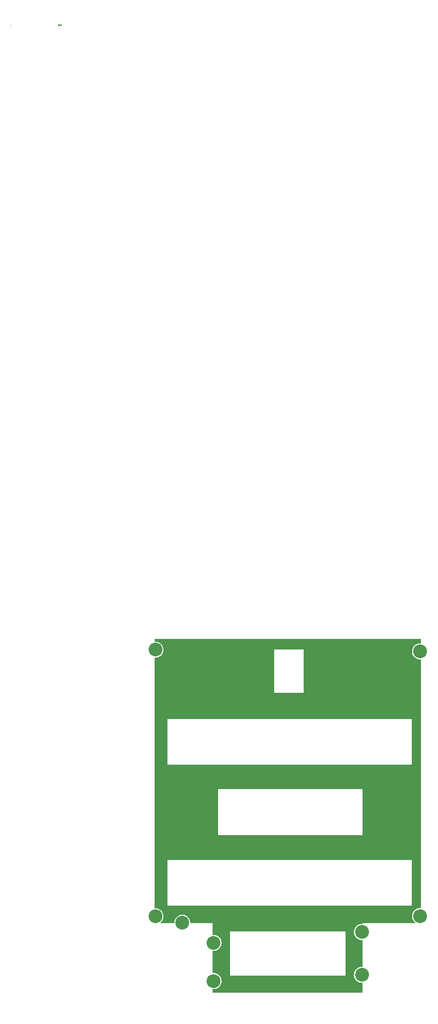
<source format=gbr>
G04 #@! TF.GenerationSoftware,KiCad,Pcbnew,(6.0.2)*
G04 #@! TF.CreationDate,2022-05-10T20:27:20-07:00*
G04 #@! TF.ProjectId,iflfu-middle,69666c66-752d-46d6-9964-646c652e6b69,rev?*
G04 #@! TF.SameCoordinates,Original*
G04 #@! TF.FileFunction,Copper,L1,Top*
G04 #@! TF.FilePolarity,Positive*
%FSLAX46Y46*%
G04 Gerber Fmt 4.6, Leading zero omitted, Abs format (unit mm)*
G04 Created by KiCad (PCBNEW (6.0.2)) date 2022-05-10 20:27:20*
%MOMM*%
%LPD*%
G01*
G04 APERTURE LIST*
%ADD10C,0.015000*%
G04 #@! TA.AperFunction,NonConductor*
%ADD11C,0.015000*%
G04 #@! TD*
G04 #@! TA.AperFunction,CastellatedPad*
%ADD12C,2.540000*%
G04 #@! TD*
G04 APERTURE END LIST*
D10*
D11*
X127819248Y31958638D02*
X127783248Y31958638D01*
X127783248Y31895781D02*
X127783248Y32015781D01*
X127834676Y32015781D01*
X127875819Y32015781D02*
X127875819Y31918638D01*
X127880962Y31907209D01*
X127886105Y31901495D01*
X127896391Y31895781D01*
X127916962Y31895781D01*
X127927248Y31901495D01*
X127932391Y31907209D01*
X127937534Y31918638D01*
X127937534Y32015781D01*
X128050676Y31907209D02*
X128045534Y31901495D01*
X128030105Y31895781D01*
X128019819Y31895781D01*
X128004391Y31901495D01*
X127994105Y31912924D01*
X127988962Y31924352D01*
X127983819Y31947209D01*
X127983819Y31964352D01*
X127988962Y31987209D01*
X127994105Y31998638D01*
X128004391Y32010067D01*
X128019819Y32015781D01*
X128030105Y32015781D01*
X128045534Y32010067D01*
X128050676Y32004352D01*
X128096962Y31895781D02*
X128096962Y32015781D01*
X128158676Y31895781D02*
X128112391Y31964352D01*
X128158676Y32015781D02*
X128096962Y31947209D01*
X128204962Y31895781D02*
X128204962Y32015781D01*
X128256391Y31895781D02*
X128256391Y32015781D01*
X128318105Y31895781D01*
X128318105Y32015781D01*
X128426105Y32010067D02*
X128415819Y32015781D01*
X128400391Y32015781D01*
X128384962Y32010067D01*
X128374676Y31998638D01*
X128369534Y31987209D01*
X128364391Y31964352D01*
X128364391Y31947209D01*
X128369534Y31924352D01*
X128374676Y31912924D01*
X128384962Y31901495D01*
X128400391Y31895781D01*
X128410676Y31895781D01*
X128426105Y31901495D01*
X128431248Y31907209D01*
X128431248Y31947209D01*
X128410676Y31947209D01*
D10*
D11*
X119074316Y31833988D02*
X119074316Y31953988D01*
D12*
G04 #@! TO.P,,*
G04 #@! TO.N,Net-(D1-Pad2)*
X145750000Y-82884717D03*
G04 #@! TD*
G04 #@! TO.P,,*
G04 #@! TO.N,Net-(D1-Pad2)*
X145750000Y-131884717D03*
G04 #@! TD*
G04 #@! TO.P,,*
G04 #@! TO.N,GND*
X194450000Y-131834717D03*
G04 #@! TD*
G04 #@! TO.P,,*
G04 #@! TO.N,Net-(D39-Pad1)*
X183750000Y-142634717D03*
G04 #@! TD*
G04 #@! TO.P,,*
G04 #@! TO.N,Net-(D1-Pad2)*
X156450000Y-136784717D03*
G04 #@! TD*
G04 #@! TO.P,,*
G04 #@! TO.N,VDD*
X150700000Y-133084717D03*
G04 #@! TD*
G04 #@! TO.P,,*
G04 #@! TO.N,VDD*
X156450000Y-143784717D03*
G04 #@! TD*
G04 #@! TO.P,,*
G04 #@! TO.N,Net-(D21-Pad1)*
X183750000Y-134769717D03*
G04 #@! TD*
G04 #@! TO.P,,*
G04 #@! TO.N,GND*
X194450000Y-83204717D03*
G04 #@! TD*
G04 #@! TA.AperFunction,NonConductor*
G36*
X194596073Y-80938644D02*
G01*
X194599500Y-80946917D01*
X194599500Y-81724011D01*
X194596073Y-81732284D01*
X194587657Y-81735710D01*
X194432894Y-81733820D01*
X194347072Y-81732771D01*
X194108047Y-81769347D01*
X193878205Y-81844471D01*
X193663720Y-81956125D01*
X193470350Y-82101311D01*
X193303290Y-82276130D01*
X193167025Y-82475886D01*
X193166822Y-82476323D01*
X193166821Y-82476325D01*
X193088898Y-82644198D01*
X193065216Y-82695216D01*
X193065088Y-82695678D01*
X193065086Y-82695683D01*
X193012746Y-82884416D01*
X193000596Y-82928228D01*
X193000545Y-82928702D01*
X193000545Y-82928704D01*
X192983299Y-83090072D01*
X192974900Y-83168666D01*
X192988820Y-83410072D01*
X193041980Y-83645964D01*
X193132954Y-83870005D01*
X193259298Y-84076179D01*
X193417619Y-84258950D01*
X193603665Y-84413409D01*
X193812440Y-84535407D01*
X194038337Y-84621669D01*
X194275290Y-84669877D01*
X194275771Y-84669895D01*
X194275774Y-84669895D01*
X194380825Y-84673747D01*
X194516935Y-84678738D01*
X194517410Y-84678677D01*
X194517414Y-84678677D01*
X194553877Y-84674006D01*
X194586314Y-84669850D01*
X194594955Y-84672198D01*
X194599405Y-84679968D01*
X194599500Y-84681455D01*
X194599500Y-130354011D01*
X194596073Y-130362284D01*
X194587657Y-130365710D01*
X194432894Y-130363820D01*
X194347072Y-130362771D01*
X194108047Y-130399347D01*
X193878205Y-130474471D01*
X193663720Y-130586125D01*
X193470350Y-130731311D01*
X193303290Y-130906130D01*
X193167025Y-131105886D01*
X193065216Y-131325216D01*
X193065088Y-131325678D01*
X193065086Y-131325683D01*
X193006033Y-131538624D01*
X193000596Y-131558228D01*
X193000545Y-131558702D01*
X193000545Y-131558704D01*
X192995252Y-131608228D01*
X192974900Y-131798666D01*
X192988820Y-132040072D01*
X193041980Y-132275964D01*
X193042163Y-132276414D01*
X193042163Y-132276415D01*
X193087429Y-132387890D01*
X193132954Y-132500005D01*
X193133206Y-132500416D01*
X193221850Y-132645069D01*
X193259298Y-132706179D01*
X193417619Y-132888950D01*
X193603665Y-133043409D01*
X193604075Y-133043649D01*
X193604077Y-133043650D01*
X193721755Y-133112415D01*
X193727169Y-133119548D01*
X193725954Y-133128420D01*
X193718821Y-133133834D01*
X193715852Y-133134217D01*
X183900099Y-133134217D01*
X183900000Y-133134176D01*
X183899901Y-133134217D01*
X183899617Y-133134334D01*
X183899459Y-133134717D01*
X183899500Y-133134816D01*
X183899500Y-133289011D01*
X183896073Y-133297284D01*
X183887657Y-133300710D01*
X183732894Y-133298820D01*
X183647072Y-133297771D01*
X183408047Y-133334347D01*
X183178205Y-133409471D01*
X182963720Y-133521125D01*
X182770350Y-133666311D01*
X182603290Y-133841130D01*
X182467025Y-134040886D01*
X182365216Y-134260216D01*
X182365088Y-134260678D01*
X182365086Y-134260683D01*
X182355791Y-134294201D01*
X182300596Y-134493228D01*
X182300545Y-134493702D01*
X182300545Y-134493704D01*
X182294542Y-134549877D01*
X182274900Y-134733666D01*
X182288820Y-134975072D01*
X182341980Y-135210964D01*
X182342163Y-135211414D01*
X182342163Y-135211415D01*
X182432772Y-135434557D01*
X182432954Y-135435005D01*
X182559298Y-135641179D01*
X182717619Y-135823950D01*
X182903665Y-135978409D01*
X183112440Y-136100407D01*
X183338337Y-136186669D01*
X183575290Y-136234877D01*
X183575771Y-136234895D01*
X183575774Y-136234895D01*
X183680825Y-136238747D01*
X183816935Y-136243738D01*
X183817410Y-136243677D01*
X183817414Y-136243677D01*
X183853877Y-136239006D01*
X183886314Y-136234850D01*
X183894955Y-136237198D01*
X183899405Y-136244968D01*
X183899500Y-136246455D01*
X183899500Y-141154011D01*
X183896073Y-141162284D01*
X183887657Y-141165710D01*
X183732894Y-141163820D01*
X183647072Y-141162771D01*
X183408047Y-141199347D01*
X183178205Y-141274471D01*
X182963720Y-141386125D01*
X182770350Y-141531311D01*
X182603290Y-141706130D01*
X182467025Y-141905886D01*
X182365216Y-142125216D01*
X182365088Y-142125678D01*
X182365086Y-142125683D01*
X182312385Y-142315719D01*
X182300596Y-142358228D01*
X182300545Y-142358702D01*
X182300545Y-142358704D01*
X182291997Y-142438687D01*
X182274900Y-142598666D01*
X182288820Y-142840072D01*
X182341980Y-143075964D01*
X182342163Y-143076414D01*
X182342163Y-143076415D01*
X182346823Y-143087890D01*
X182432954Y-143300005D01*
X182559298Y-143506179D01*
X182717619Y-143688950D01*
X182903665Y-143843409D01*
X182904075Y-143843649D01*
X182904077Y-143843650D01*
X182926576Y-143856797D01*
X183112440Y-143965407D01*
X183338337Y-144051669D01*
X183575290Y-144099877D01*
X183575771Y-144099895D01*
X183575774Y-144099895D01*
X183680825Y-144103747D01*
X183816935Y-144108738D01*
X183817410Y-144108677D01*
X183817414Y-144108677D01*
X183853877Y-144104006D01*
X183886314Y-144099850D01*
X183894955Y-144102198D01*
X183899405Y-144109968D01*
X183899500Y-144111455D01*
X183899500Y-145922517D01*
X183896073Y-145930790D01*
X183887800Y-145934217D01*
X156312200Y-145934217D01*
X156303927Y-145930790D01*
X156300500Y-145922517D01*
X156300500Y-145262938D01*
X156303927Y-145254665D01*
X156312629Y-145251246D01*
X156393003Y-145254193D01*
X156516935Y-145258738D01*
X156517410Y-145258677D01*
X156517414Y-145258677D01*
X156756307Y-145228074D01*
X156756309Y-145228074D01*
X156756782Y-145228013D01*
X156988390Y-145158527D01*
X157205540Y-145052147D01*
X157287888Y-144993409D01*
X157402013Y-144912005D01*
X157402018Y-144912001D01*
X157402399Y-144911729D01*
X157573680Y-144741044D01*
X157714785Y-144544676D01*
X157821922Y-144327900D01*
X157852893Y-144225964D01*
X157887683Y-144111455D01*
X157892216Y-144096535D01*
X157923778Y-143856797D01*
X157925540Y-143784717D01*
X157905727Y-143543723D01*
X157846819Y-143309201D01*
X157750398Y-143087449D01*
X157619055Y-142884423D01*
X157573826Y-142834717D01*
X159499459Y-142834717D01*
X159499500Y-142834816D01*
X159499617Y-142835100D01*
X159500000Y-142835258D01*
X159500099Y-142835217D01*
X180699901Y-142835217D01*
X180700000Y-142835258D01*
X180700099Y-142835217D01*
X180700383Y-142835100D01*
X180700541Y-142834717D01*
X180700500Y-142834618D01*
X180700500Y-134634816D01*
X180700541Y-134634717D01*
X180700383Y-134634334D01*
X180700099Y-134634217D01*
X180700000Y-134634176D01*
X180699901Y-134634217D01*
X159500099Y-134634217D01*
X159500000Y-134634176D01*
X159499901Y-134634217D01*
X159499617Y-134634334D01*
X159499459Y-134634717D01*
X159499500Y-134634816D01*
X159499500Y-142834618D01*
X159499459Y-142834717D01*
X157573826Y-142834717D01*
X157456316Y-142705575D01*
X157425593Y-142681311D01*
X157320353Y-142598198D01*
X157266551Y-142555708D01*
X157266138Y-142555480D01*
X157266135Y-142555478D01*
X157055279Y-142439079D01*
X157055275Y-142439077D01*
X157054858Y-142438847D01*
X157054410Y-142438688D01*
X157054407Y-142438687D01*
X156827375Y-142358291D01*
X156827374Y-142358291D01*
X156826920Y-142358130D01*
X156826450Y-142358046D01*
X156826445Y-142358045D01*
X156589327Y-142315808D01*
X156588861Y-142315725D01*
X156588387Y-142315719D01*
X156588385Y-142315719D01*
X156459432Y-142314144D01*
X156347072Y-142312771D01*
X156346604Y-142312843D01*
X156346598Y-142312843D01*
X156327919Y-142315702D01*
X156313969Y-142317837D01*
X156305274Y-142315702D01*
X156300635Y-142308042D01*
X156300500Y-142306272D01*
X156300500Y-138262938D01*
X156303927Y-138254665D01*
X156312629Y-138251246D01*
X156393003Y-138254193D01*
X156516935Y-138258738D01*
X156517410Y-138258677D01*
X156517414Y-138258677D01*
X156756307Y-138228074D01*
X156756309Y-138228074D01*
X156756782Y-138228013D01*
X156988390Y-138158527D01*
X157205540Y-138052147D01*
X157287888Y-137993409D01*
X157402013Y-137912005D01*
X157402018Y-137912001D01*
X157402399Y-137911729D01*
X157573680Y-137741044D01*
X157714785Y-137544676D01*
X157821922Y-137327900D01*
X157852893Y-137225964D01*
X157892077Y-137096991D01*
X157892216Y-137096535D01*
X157923778Y-136856797D01*
X157925540Y-136784717D01*
X157905727Y-136543723D01*
X157846819Y-136309201D01*
X157756106Y-136100576D01*
X157750590Y-136087890D01*
X157750589Y-136087888D01*
X157750398Y-136087449D01*
X157619055Y-135884423D01*
X157456316Y-135705575D01*
X157425593Y-135681311D01*
X157374258Y-135640770D01*
X157266551Y-135555708D01*
X157266138Y-135555480D01*
X157266135Y-135555478D01*
X157055279Y-135439079D01*
X157055275Y-135439077D01*
X157054858Y-135438847D01*
X157054410Y-135438688D01*
X157054407Y-135438687D01*
X156827375Y-135358291D01*
X156827374Y-135358291D01*
X156826920Y-135358130D01*
X156826450Y-135358046D01*
X156826445Y-135358045D01*
X156589327Y-135315808D01*
X156588861Y-135315725D01*
X156588387Y-135315719D01*
X156588385Y-135315719D01*
X156459432Y-135314144D01*
X156347072Y-135312771D01*
X156346604Y-135312843D01*
X156346598Y-135312843D01*
X156327919Y-135315702D01*
X156313969Y-135317837D01*
X156305274Y-135315702D01*
X156300635Y-135308042D01*
X156300500Y-135306272D01*
X156300500Y-133134816D01*
X156300541Y-133134717D01*
X156300383Y-133134334D01*
X156300099Y-133134217D01*
X156300000Y-133134176D01*
X156299901Y-133134217D01*
X152186320Y-133134217D01*
X152178047Y-133130790D01*
X152174623Y-133122231D01*
X152175533Y-133085018D01*
X152175533Y-133085011D01*
X152175540Y-133084717D01*
X152155727Y-132843723D01*
X152096819Y-132609201D01*
X152048608Y-132498325D01*
X152000590Y-132387890D01*
X152000589Y-132387888D01*
X152000398Y-132387449D01*
X151869055Y-132184423D01*
X151706316Y-132005575D01*
X151675593Y-131981311D01*
X151553664Y-131885018D01*
X151516551Y-131855708D01*
X151516138Y-131855480D01*
X151516135Y-131855478D01*
X151305279Y-131739079D01*
X151305275Y-131739077D01*
X151304858Y-131738847D01*
X151304410Y-131738688D01*
X151304407Y-131738687D01*
X151077375Y-131658291D01*
X151077374Y-131658291D01*
X151076920Y-131658130D01*
X151076450Y-131658046D01*
X151076445Y-131658045D01*
X150839327Y-131615808D01*
X150838861Y-131615725D01*
X150838387Y-131615719D01*
X150838385Y-131615719D01*
X150709432Y-131614144D01*
X150597072Y-131612771D01*
X150358047Y-131649347D01*
X150128205Y-131724471D01*
X149990665Y-131796070D01*
X149916425Y-131834717D01*
X149913720Y-131836125D01*
X149720350Y-131981311D01*
X149720021Y-131981656D01*
X149720018Y-131981658D01*
X149664652Y-132039596D01*
X149553290Y-132156130D01*
X149417025Y-132355886D01*
X149416822Y-132356323D01*
X149416821Y-132356325D01*
X149350128Y-132500005D01*
X149315216Y-132575216D01*
X149315088Y-132575678D01*
X149315086Y-132575683D01*
X149295953Y-132644676D01*
X149250596Y-132808228D01*
X149250545Y-132808702D01*
X149250545Y-132808704D01*
X149228818Y-133012005D01*
X149224900Y-133048666D01*
X149224927Y-133049135D01*
X149224927Y-133049136D01*
X149229119Y-133121844D01*
X149226174Y-133130300D01*
X149217438Y-133134217D01*
X146567227Y-133134217D01*
X146558954Y-133130790D01*
X146555527Y-133122517D01*
X146558954Y-133114244D01*
X146560433Y-133112992D01*
X146575638Y-133102147D01*
X146601235Y-133083888D01*
X146702013Y-133012005D01*
X146702018Y-133012001D01*
X146702399Y-133011729D01*
X146873680Y-132841044D01*
X147014785Y-132644676D01*
X147061574Y-132550005D01*
X147121712Y-132428325D01*
X147121922Y-132427900D01*
X147134335Y-132387046D01*
X147153311Y-132324585D01*
X147192216Y-132196535D01*
X147223778Y-131956797D01*
X147225540Y-131884717D01*
X147205727Y-131643723D01*
X147146819Y-131409201D01*
X147050398Y-131187449D01*
X146919055Y-130984423D01*
X146756316Y-130805575D01*
X146725593Y-130781311D01*
X146661915Y-130731022D01*
X146566551Y-130655708D01*
X146566138Y-130655480D01*
X146566135Y-130655478D01*
X146355279Y-130539079D01*
X146355275Y-130539077D01*
X146354858Y-130538847D01*
X146354410Y-130538688D01*
X146354407Y-130538687D01*
X146127375Y-130458291D01*
X146127374Y-130458291D01*
X146126920Y-130458130D01*
X146126450Y-130458046D01*
X146126445Y-130458045D01*
X145889327Y-130415808D01*
X145888861Y-130415725D01*
X145888387Y-130415719D01*
X145888385Y-130415719D01*
X145759432Y-130414144D01*
X145647072Y-130412771D01*
X145646604Y-130412843D01*
X145646598Y-130412843D01*
X145627919Y-130415702D01*
X145613969Y-130417837D01*
X145605274Y-130415702D01*
X145600635Y-130408042D01*
X145600500Y-130406272D01*
X145600500Y-129934717D01*
X147999459Y-129934717D01*
X147999500Y-129934816D01*
X147999617Y-129935100D01*
X148000000Y-129935258D01*
X148000099Y-129935217D01*
X192899901Y-129935217D01*
X192900000Y-129935258D01*
X192900099Y-129935217D01*
X192900383Y-129935100D01*
X192900541Y-129934717D01*
X192900500Y-129934618D01*
X192900500Y-121534816D01*
X192900541Y-121534717D01*
X192900383Y-121534334D01*
X192900099Y-121534217D01*
X192900000Y-121534176D01*
X192899901Y-121534217D01*
X148000099Y-121534217D01*
X148000000Y-121534176D01*
X147999901Y-121534217D01*
X147999617Y-121534334D01*
X147999459Y-121534717D01*
X147999500Y-121534816D01*
X147999500Y-129934618D01*
X147999459Y-129934717D01*
X145600500Y-129934717D01*
X145600500Y-116934717D01*
X157299459Y-116934717D01*
X157299500Y-116934816D01*
X157299617Y-116935100D01*
X157300000Y-116935258D01*
X157300099Y-116935217D01*
X183899901Y-116935217D01*
X183900000Y-116935258D01*
X183900099Y-116935217D01*
X183900383Y-116935100D01*
X183900541Y-116934717D01*
X183900500Y-116934618D01*
X183900500Y-108534816D01*
X183900541Y-108534717D01*
X183900383Y-108534334D01*
X183900099Y-108534217D01*
X183900000Y-108534176D01*
X183899901Y-108534217D01*
X157300099Y-108534217D01*
X157300000Y-108534176D01*
X157299901Y-108534217D01*
X157299617Y-108534334D01*
X157299459Y-108534717D01*
X157299500Y-108534816D01*
X157299500Y-116934618D01*
X157299459Y-116934717D01*
X145600500Y-116934717D01*
X145600500Y-104034717D01*
X147999459Y-104034717D01*
X147999500Y-104034816D01*
X147999617Y-104035100D01*
X148000000Y-104035258D01*
X148000099Y-104035217D01*
X192899901Y-104035217D01*
X192900000Y-104035258D01*
X192900099Y-104035217D01*
X192900383Y-104035100D01*
X192900541Y-104034717D01*
X192900500Y-104034618D01*
X192900500Y-95634816D01*
X192900541Y-95634717D01*
X192900383Y-95634334D01*
X192900099Y-95634217D01*
X192900000Y-95634176D01*
X192899901Y-95634217D01*
X148000099Y-95634217D01*
X148000000Y-95634176D01*
X147999901Y-95634217D01*
X147999617Y-95634334D01*
X147999459Y-95634717D01*
X147999500Y-95634816D01*
X147999500Y-104034618D01*
X147999459Y-104034717D01*
X145600500Y-104034717D01*
X145600500Y-90834717D01*
X167599459Y-90834717D01*
X167599500Y-90834816D01*
X167599617Y-90835100D01*
X167600000Y-90835258D01*
X167600099Y-90835217D01*
X172999901Y-90835217D01*
X173000000Y-90835258D01*
X173000099Y-90835217D01*
X173000383Y-90835100D01*
X173000541Y-90834717D01*
X173000500Y-90834618D01*
X173000500Y-82834816D01*
X173000541Y-82834717D01*
X173000383Y-82834334D01*
X173000099Y-82834217D01*
X173000000Y-82834176D01*
X172999901Y-82834217D01*
X167600099Y-82834217D01*
X167600000Y-82834176D01*
X167599901Y-82834217D01*
X167599617Y-82834334D01*
X167599459Y-82834717D01*
X167599500Y-82834816D01*
X167599500Y-90834618D01*
X167599459Y-90834717D01*
X145600500Y-90834717D01*
X145600500Y-84362938D01*
X145603927Y-84354665D01*
X145612629Y-84351246D01*
X145693003Y-84354193D01*
X145816935Y-84358738D01*
X145817410Y-84358677D01*
X145817414Y-84358677D01*
X146056307Y-84328074D01*
X146056309Y-84328074D01*
X146056782Y-84328013D01*
X146288390Y-84258527D01*
X146505540Y-84152147D01*
X146611532Y-84076544D01*
X146702013Y-84012005D01*
X146702018Y-84012001D01*
X146702399Y-84011729D01*
X146785322Y-83929094D01*
X146873344Y-83841379D01*
X146873345Y-83841378D01*
X146873680Y-83841044D01*
X147014785Y-83644676D01*
X147121922Y-83427900D01*
X147152893Y-83325964D01*
X147153311Y-83324585D01*
X147192216Y-83196535D01*
X147223778Y-82956797D01*
X147225540Y-82884717D01*
X147205727Y-82643723D01*
X147146819Y-82409201D01*
X147050398Y-82187449D01*
X146919055Y-81984423D01*
X146756316Y-81805575D01*
X146725593Y-81781311D01*
X146664222Y-81732844D01*
X146566551Y-81655708D01*
X146566138Y-81655480D01*
X146566135Y-81655478D01*
X146355279Y-81539079D01*
X146355275Y-81539077D01*
X146354858Y-81538847D01*
X146354410Y-81538688D01*
X146354407Y-81538687D01*
X146127375Y-81458291D01*
X146127374Y-81458291D01*
X146126920Y-81458130D01*
X146126450Y-81458046D01*
X146126445Y-81458045D01*
X145889327Y-81415808D01*
X145888861Y-81415725D01*
X145888387Y-81415719D01*
X145888385Y-81415719D01*
X145759432Y-81414144D01*
X145647072Y-81412771D01*
X145646604Y-81412843D01*
X145646598Y-81412843D01*
X145627919Y-81415702D01*
X145613969Y-81417837D01*
X145605274Y-81415702D01*
X145600635Y-81408042D01*
X145600500Y-81406272D01*
X145600500Y-80946917D01*
X145603927Y-80938644D01*
X145612200Y-80935217D01*
X194587800Y-80935217D01*
X194596073Y-80938644D01*
G37*
G04 #@! TD.AperFunction*
M02*

</source>
